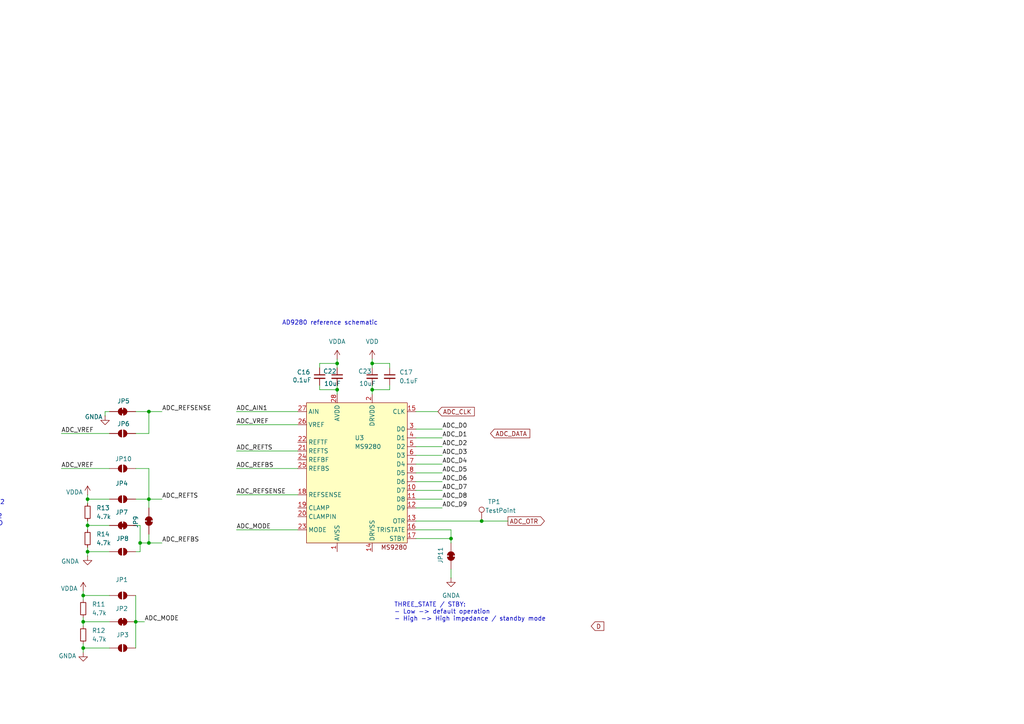
<source format=kicad_sch>
(kicad_sch (version 20231120) (generator "eeschema") (generator_version "8.0")
  (paper "A4")
  (lib_symbols
    (symbol "Connector:TestPoint" (pin_numbers hide) (pin_names (offset 0.762) hide)
      (property "Reference" "TP" (at 0 6.858 0))
      (property "Value" "TestPoint" (at 0 5.08 0))
      (symbol "TestPoint_0_1"
        (circle (center 0 3.302) (radius 0.762))
      )
      (symbol "TestPoint_1_1"
        (pin passive line (at 0 0 90) (length 2.54) (name "1") (number "1"))
      )
    )
    (symbol "Device:C_Small" (pin_numbers hide) (pin_names (offset 0.254) hide)
      (property "Reference" "C" (at 0.254 1.778 0))
      (property "Value" "C_Small" (at 0.254 -2.032 0))
      (symbol "C_Small_0_1"
        (polyline (pts (xy -1.524 -0.508) (xy 1.524 -0.508)) (stroke (width 0.3302)))
        (polyline (pts (xy -1.524 0.508) (xy 1.524 0.508)) (stroke (width 0.3048)))
      )
      (symbol "C_Small_1_1"
        (pin passive line (at 0 2.54 270) (length 2.032) (name "~") (number "1"))
        (pin passive line (at 0 -2.54 90) (length 2.032) (name "~") (number "2"))
      )
    )
    (symbol "Device:R_Small" (pin_numbers hide) (pin_names (offset 0.254) hide)
      (property "Reference" "R" (at 0.762 0.508 0))
      (property "Value" "R_Small" (at 0.762 -1.016 0))
      (symbol "R_Small_0_1"
        (rectangle (start -0.762 1.778) (end 0.762 -1.778) (stroke (width 0.2032)))
      )
      (symbol "R_Small_1_1"
        (pin passive line (at 0 2.54 270) (length 0.762) (name "~") (number "1"))
        (pin passive line (at 0 -2.54 90) (length 0.762) (name "~") (number "2"))
      )
    )
    (symbol "Jumper:SolderJumper_2_Bridged" (pin_numbers hide) (pin_names (offset 0) hide) (exclude_from_sim yes) (in_bom no)
      (property "Reference" "JP" (at 0 2.032 0))
      (property "Value" "SolderJumper_2_Bridged" (at 0 -2.54 0))
      (symbol "SolderJumper_2_Bridged_0_1"
        (rectangle (start -0.508 0.508) (end 0.508 -0.508) (fill (type outline)))
        (arc (start -0.254 1.016) (mid -1.2656 0) (end -0.254 -1.016))
        (arc (start -0.254 1.016) (mid -1.2656 0) (end -0.254 -1.016) (fill (type outline)))
        (polyline (pts (xy -0.254 1.016) (xy -0.254 -1.016)))
        (polyline (pts (xy 0.254 1.016) (xy 0.254 -1.016)))
        (arc (start 0.254 -1.016) (mid 1.2656 0) (end 0.254 1.016))
        (arc (start 0.254 -1.016) (mid 1.2656 0) (end 0.254 1.016) (fill (type outline)))
      )
      (symbol "SolderJumper_2_Bridged_1_1"
        (pin passive line (at -3.81 0 0) (length 2.54) (name "A") (number "1"))
        (pin passive line (at 3.81 0 180) (length 2.54) (name "B") (number "2"))
      )
    )
    (symbol "Jumper:SolderJumper_2_Open" (pin_numbers hide) (pin_names (offset 0) hide) (exclude_from_sim yes) (in_bom no)
      (property "Reference" "JP" (at 0 2.032 0))
      (property "Value" "SolderJumper_2_Open" (at 0 -2.54 0))
      (symbol "SolderJumper_2_Open_0_1"
        (arc (start -0.254 1.016) (mid -1.2656 0) (end -0.254 -1.016))
        (arc (start -0.254 1.016) (mid -1.2656 0) (end -0.254 -1.016) (fill (type outline)))
        (polyline (pts (xy -0.254 1.016) (xy -0.254 -1.016)))
        (polyline (pts (xy 0.254 1.016) (xy 0.254 -1.016)))
        (arc (start 0.254 -1.016) (mid 1.2656 0) (end 0.254 1.016))
        (arc (start 0.254 -1.016) (mid 1.2656 0) (end 0.254 1.016) (fill (type outline)))
      )
      (symbol "SolderJumper_2_Open_1_1"
        (pin passive line (at -3.81 0 0) (length 2.54) (name "A") (number "1"))
        (pin passive line (at 3.81 0 180) (length 2.54) (name "B") (number "2"))
      )
    )
    (symbol "ms9280:MS9280"
      (property "Reference" "U" (at -13.97 17.78 0))
      (property "Value" "MS9280" (at 0 0 0))
      (symbol "MS9280_1_1"
        (rectangle (start -13.97 16.51) (end 15.24 -24.13) (fill (type background)))
        (text "MS9280\n" (at 11.43 -25.4 0) (effects (font (size 1.27 1.27))))
        (pin input line (at -5.08 -26.67 90) (length 2.54) (name "AVSS") (number "1"))
        (pin output line (at 17.78 -8.89 180) (length 2.54) (name "D7") (number "10"))
        (pin output line (at 17.78 -11.43 180) (length 2.54) (name "D8") (number "11"))
        (pin output line (at 17.78 -13.97 180) (length 2.54) (name "D9") (number "12"))
        (pin output line (at 17.78 -17.78 180) (length 2.54) (name "OTR") (number "13"))
        (pin output line (at 5.08 -26.67 90) (length 2.54) (name "DRVSS") (number "14"))
        (pin input line (at 17.78 13.97 180) (length 2.54) (name "CLK") (number "15"))
        (pin input line (at 17.78 -20.32 180) (length 2.54) (name "TRISTATE") (number "16"))
        (pin input line (at 17.78 -22.86 180) (length 2.54) (name "STBY") (number "17"))
        (pin input line (at -16.51 -10.16 0) (length 2.54) (name "REFSENSE") (number "18"))
        (pin input line (at -16.51 -13.97 0) (length 2.54) (name "CLAMP") (number "19"))
        (pin input line (at 5.08 19.05 270) (length 2.54) (name "DRVDD") (number "2"))
        (pin input line (at -16.51 -16.51 0) (length 2.54) (name "CLAMPIN") (number "20"))
        (pin input line (at -16.51 2.54 0) (length 2.54) (name "REFTS") (number "21"))
        (pin input line (at -16.51 5.08 0) (length 2.54) (name "REFTF") (number "22"))
        (pin input line (at -16.51 -20.32 0) (length 2.54) (name "MODE") (number "23"))
        (pin input line (at -16.51 0 0) (length 2.54) (name "REFBF") (number "24"))
        (pin input line (at -16.51 -2.54 0) (length 2.54) (name "REFBS") (number "25"))
        (pin input line (at -16.51 10.16 0) (length 2.54) (name "VREF") (number "26"))
        (pin input line (at -16.51 13.97 0) (length 2.54) (name "AIN") (number "27"))
        (pin input line (at -5.08 19.05 270) (length 2.54) (name "AVDD") (number "28"))
        (pin output line (at 17.78 8.89 180) (length 2.54) (name "D0") (number "3"))
        (pin output line (at 17.78 6.35 180) (length 2.54) (name "D1") (number "4"))
        (pin output line (at 17.78 3.81 180) (length 2.54) (name "D2") (number "5"))
        (pin output line (at 17.78 1.27 180) (length 2.54) (name "D3") (number "6"))
        (pin output line (at 17.78 -1.27 180) (length 2.54) (name "D4") (number "7"))
        (pin output line (at 17.78 -3.81 180) (length 2.54) (name "D5") (number "8"))
        (pin output line (at 17.78 -6.35 180) (length 2.54) (name "D6") (number "9"))
      )
    )
    (symbol "power:GNDA" (power) (pin_numbers hide) (pin_names (offset 0) hide)
      (property "Value" "GNDA" (at 0 -3.81 0))
      (symbol "GNDA_0_1"
        (polyline (pts (xy 0 0) (xy 0 -1.27) (xy 1.27 -1.27) (xy 0 -2.54) (xy -1.27 -1.27) (xy 0 -1.27)))
      )
      (symbol "GNDA_1_1"
        (pin power_in line (at 0 0 270) (length 0) (name "~") (number "1"))
      )
    )
    (symbol "power:VDD" (power) (pin_numbers hide) (pin_names (offset 0) hide)
      (property "Value" "VDD" (at 0 3.556 0))
      (symbol "VDD_0_1"
        (polyline (pts (xy -0.762 1.27) (xy 0 2.54)))
        (polyline (pts (xy 0 0) (xy 0 2.54)))
        (polyline (pts (xy 0 2.54) (xy 0.762 1.27)))
      )
      (symbol "VDD_1_1"
        (pin power_in line (at 0 0 90) (length 0) (name "~") (number "1"))
      )
    )
    (symbol "power:VDDA" (power) (pin_numbers hide) (pin_names (offset 0) hide)
      (property "Value" "VDDA" (at 0 3.556 0))
      (symbol "VDDA_0_1"
        (polyline (pts (xy -0.762 1.27) (xy 0 2.54)))
        (polyline (pts (xy 0 0) (xy 0 2.54)))
        (polyline (pts (xy 0 2.54) (xy 0.762 1.27)))
      )
      (symbol "VDDA_1_1"
        (pin power_in line (at 0 0 90) (length 0) (name "~") (number "1"))
      )
    )
  )
  (junction (at 97.79 113.03))
  (junction (at 139.7 151.13))
  (junction (at 40.64 157.48))
  (junction (at 25.4 144.78))
  (junction (at 24.13 172.72))
  (junction (at 43.18 157.48))
  (junction (at 25.4 160.02))
  (junction (at 39.37 180.34))
  (junction (at 43.18 119.38))
  (junction (at 25.4 152.4))
  (junction (at 107.95 105.41))
  (junction (at 97.79 105.41))
  (junction (at 43.18 144.78))
  (junction (at 107.95 113.03))
  (junction (at 130.81 156.21))
  (junction (at 24.13 187.96))
  (junction (at 24.13 180.34))
  (wire (pts (xy 17.78 135.89) (xy 31.75 135.89)))
  (wire (pts (xy 97.79 105.41) (xy 97.79 106.68)))
  (wire (pts (xy 107.95 113.03) (xy 107.95 114.3)))
  (wire (pts (xy 25.4 151.13) (xy 25.4 152.4)))
  (wire (pts (xy 31.75 119.38) (xy 30.48 119.38)))
  (wire (pts (xy 25.4 160.02) (xy 25.4 161.29)))
  (wire (pts (xy 24.13 180.34) (xy 24.13 181.61)))
  (wire (pts (xy 68.58 135.89) (xy 86.36 135.89)))
  (wire (pts (xy 68.58 119.38) (xy 86.36 119.38)))
  (wire (pts (xy 43.18 125.73) (xy 39.37 125.73)))
  (wire (pts (xy 24.13 186.69) (xy 24.13 187.96)))
  (wire (pts (xy 24.13 172.72) (xy 24.13 173.99)))
  (wire (pts (xy 107.95 105.41) (xy 113.03 105.41)))
  (wire (pts (xy 40.64 152.4) (xy 40.64 157.48)))
  (wire (pts (xy 39.37 152.4) (xy 40.64 152.4)))
  (wire (pts (xy 43.18 125.73) (xy 43.18 119.38)))
  (wire (pts (xy 24.13 172.72) (xy 31.75 172.72)))
  (wire (pts (xy 130.81 153.67) (xy 130.81 156.21)))
  (wire (pts (xy 120.65 119.38) (xy 127 119.38)))
  (wire (pts (xy 113.03 113.03) (xy 107.95 113.03)))
  (wire (pts (xy 24.13 179.07) (xy 24.13 180.34)))
  (wire (pts (xy 39.37 172.72) (xy 39.37 180.34)))
  (wire (pts (xy 43.18 154.94) (xy 43.18 157.48)))
  (wire (pts (xy 120.65 144.78) (xy 128.27 144.78)))
  (wire (pts (xy 120.65 151.13) (xy 139.7 151.13)))
  (wire (pts (xy 120.65 127) (xy 128.27 127)))
  (wire (pts (xy 92.71 113.03) (xy 92.71 111.76)))
  (wire (pts (xy 107.95 105.41) (xy 107.95 106.68)))
  (wire (pts (xy 39.37 135.89) (xy 43.18 135.89)))
  (wire (pts (xy 120.65 147.32) (xy 128.27 147.32)))
  (wire (pts (xy 92.71 105.41) (xy 97.79 105.41)))
  (wire (pts (xy 120.65 139.7) (xy 128.27 139.7)))
  (wire (pts (xy 107.95 111.76) (xy 107.95 113.03)))
  (wire (pts (xy 17.78 125.73) (xy 31.75 125.73)))
  (wire (pts (xy 68.58 153.67) (xy 86.36 153.67)))
  (wire (pts (xy 39.37 144.78) (xy 43.18 144.78)))
  (wire (pts (xy 120.65 153.67) (xy 130.81 153.67)))
  (wire (pts (xy 92.71 105.41) (xy 92.71 106.68)))
  (wire (pts (xy 40.64 157.48) (xy 40.64 160.02)))
  (wire (pts (xy 113.03 105.41) (xy 113.03 106.68)))
  (wire (pts (xy 40.64 160.02) (xy 39.37 160.02)))
  (wire (pts (xy 97.79 111.76) (xy 97.79 113.03)))
  (wire (pts (xy 120.65 142.24) (xy 128.27 142.24)))
  (wire (pts (xy 120.65 132.08) (xy 128.27 132.08)))
  (wire (pts (xy 25.4 160.02) (xy 31.75 160.02)))
  (wire (pts (xy 25.4 144.78) (xy 25.4 146.05)))
  (wire (pts (xy 43.18 144.78) (xy 43.18 147.32)))
  (wire (pts (xy 30.48 119.38) (xy 30.48 120.65)))
  (wire (pts (xy 25.4 143.51) (xy 25.4 144.78)))
  (wire (pts (xy 39.37 180.34) (xy 39.37 187.96)))
  (wire (pts (xy 113.03 111.76) (xy 113.03 113.03)))
  (wire (pts (xy 120.65 129.54) (xy 128.27 129.54)))
  (wire (pts (xy 139.7 151.13) (xy 147.32 151.13)))
  (wire (pts (xy 39.37 119.38) (xy 43.18 119.38)))
  (wire (pts (xy 120.65 156.21) (xy 130.81 156.21)))
  (wire (pts (xy 120.65 124.46) (xy 128.27 124.46)))
  (wire (pts (xy 25.4 144.78) (xy 31.75 144.78)))
  (wire (pts (xy 40.64 157.48) (xy 43.18 157.48)))
  (wire (pts (xy 68.58 123.19) (xy 86.36 123.19)))
  (wire (pts (xy 120.65 134.62) (xy 128.27 134.62)))
  (wire (pts (xy 24.13 171.45) (xy 24.13 172.72)))
  (wire (pts (xy 24.13 187.96) (xy 24.13 189.23)))
  (wire (pts (xy 107.95 104.14) (xy 107.95 105.41)))
  (wire (pts (xy 25.4 152.4) (xy 31.75 152.4)))
  (wire (pts (xy 24.13 187.96) (xy 31.75 187.96)))
  (wire (pts (xy 130.81 156.21) (xy 130.81 157.48)))
  (wire (pts (xy 43.18 135.89) (xy 43.18 144.78)))
  (wire (pts (xy 97.79 105.41) (xy 97.79 104.14)))
  (wire (pts (xy 86.36 130.81) (xy 68.58 130.81)))
  (wire (pts (xy 24.13 180.34) (xy 31.75 180.34)))
  (wire (pts (xy 46.99 144.78) (xy 43.18 144.78)))
  (wire (pts (xy 130.81 165.1) (xy 130.81 167.64)))
  (wire (pts (xy 43.18 119.38) (xy 46.99 119.38)))
  (wire (pts (xy 92.71 113.03) (xy 97.79 113.03)))
  (wire (pts (xy 25.4 152.4) (xy 25.4 153.67)))
  (wire (pts (xy 68.58 143.51) (xy 86.36 143.51)))
  (wire (pts (xy 97.79 113.03) (xy 97.79 114.3)))
  (wire (pts (xy 41.91 180.34) (xy 39.37 180.34)))
  (wire (pts (xy 25.4 158.75) (xy 25.4 160.02)))
  (wire (pts (xy 120.65 137.16) (xy 128.27 137.16)))
  (wire (pts (xy 46.99 157.48) (xy 43.18 157.48)))
  (text "THREE_STATE / STBY:\n- Low -> default operation\n- High -> High impedance / standby mode" (at 114.3 177.546 0) (effects (font (size 1.27 1.27) (thickness 0.1588)) (justify left)))
  (text "REFTS, REFBS\n- Differential (Default): short REFTS, REFBS, VDDA/2\n	- AIN: 1, short: 2\n- Center: REFTS <-> AVDD/2, REFBS <-> AVDD/2\n- Top/Bottom: REFTS <-> VREF, REFBS <-> AGND" (at -50.8 147.828 0) (effects (font (size 1.27 1.27) (thickness 0.1588)) (justify left)))
  (text "AD9280 reference schematic\n" (at 81.788 93.726 0) (effects (font (size 1.27 1.27) (thickness 0.1588)) (justify left)))
  (label "ADC_MODE" (at 41.91 180.34 0))
  (label "ADC_VREF" (at 17.78 135.89 0))
  (label "ADC_AIN1" (at 68.58 119.38 0))
  (label "ADC_D7" (at 128.27 142.24 0))
  (label "ADC_VREF" (at 17.78 125.73 0))
  (label "ADC_D0" (at 128.27 124.46 0))
  (label "ADC_VREF" (at 68.58 123.19 0))
  (label "ADC_D3" (at 128.27 132.08 0))
  (label "ADC_REFSENSE" (at 68.58 143.51 0))
  (label "ADC_MODE" (at 68.58 153.67 0))
  (label "ADC_REFTS" (at 46.99 144.78 0))
  (label "ADC_REFTS" (at 68.58 130.81 0))
  (label "ADC_D9" (at 128.27 147.32 0))
  (label "ADC_D6" (at 128.27 139.7 0))
  (label "ADC_D5" (at 128.27 137.16 0))
  (label "ADC_D4" (at 128.27 134.62 0))
  (label "ADC_D2" (at 128.27 129.54 0))
  (label "ADC_REFBS" (at 46.99 157.48 0))
  (label "ADC_D1" (at 128.27 127 0))
  (label "ADC_REFSENSE" (at 46.99 119.38 0))
  (label "ADC_REFBS" (at 68.58 135.89 0))
  (label "ADC_D8" (at 128.27 144.78 0))
  (global_label "D" (shape input) (at 171.45 181.61 0) (property "Intersheetrefs" "${INTERSHEET_REFS}" (effects (hide yes))))
  (global_label "ADC_DATA" (shape input) (at 142.24 125.73 0) (property "Intersheetrefs" "${INTERSHEET_REFS}" (effects (hide yes))))
  (global_label "ADC_CLK" (shape input) (at 127 119.38 0) (property "Intersheetrefs" "${INTERSHEET_REFS}" (effects (hide yes))))
  (global_label "ADC_OTR" (shape output) (at 147.32 151.13 0) (property "Intersheetrefs" "${INTERSHEET_REFS}" (effects (hide yes))))
  (symbol (lib_id "power:GNDA") (at 30.48 120.65 0) (unit 1)
    (property "Reference" "#PWR26" (effects (hide yes)))
    (property "Value" "GNDA" (at 27.178 120.904 0))
    (property "Description" "Power symbol creates a global label with name \"GNDA\" , analog ground" (effects (hide yes)))
  )
  (symbol (lib_id "power:VDDA") (at 25.4 143.51 0) (unit 1)
    (property "Reference" "#PWR27" (effects (hide yes)))
    (property "Value" "VDDA" (at 21.59 142.748 0))
    (property "Description" "Power symbol creates a global label with name \"VDDA\"" (effects (hide yes)))
  )
  (symbol (lib_id "Device:C_Small") (at 97.79 109.22 0) (unit 1)
    (property "Reference" "C22" (at 93.726 107.696 0) (effects (justify left)))
    (property "Value" "10uF" (at 93.98 111.252 0) (effects (justify left)))
    (property "Footprint" "Capacitor_SMD:C_0603_1608Metric" (effects (hide yes)))
    (property "Datasheet" "https://jlcpcb.com/api/file/downloadByFileSystemAccessId/8579707107920437248" (effects (hide yes)))
    (property "Description" "Unpolarized capacitor, small symbol" (effects (hide yes)))
    (property "LCSC Part Number" "C19702" (effects (hide yes)))
    (property "Manufacturing Part Number" "CL10A106KP8NNNC" (effects (hide yes)))
  )
  (symbol (lib_id "power:VDDA") (at 24.13 171.45 0) (unit 1)
    (property "Reference" "#PWR25" (effects (hide yes)))
    (property "Value" "VDDA" (at 20.066 170.688 0))
    (property "Description" "Power symbol creates a global label with name \"VDDA\"" (effects (hide yes)))
  )
  (symbol (lib_id "Jumper:SolderJumper_2_Bridged") (at 130.81 161.29 90) (unit 1) (exclude_from_sim yes) (in_bom no)
    (property "Reference" "JP11" (at 127.762 161.036 0))
    (property "Value" "SolderJumper_2_Bridged" (effects (hide yes)))
    (property "Description" "Solder Jumper, 2-pole, closed/bridged" (effects (hide yes)))
  )
  (symbol (lib_id "Jumper:SolderJumper_2_Bridged") (at 35.56 180.34 0) (unit 1) (exclude_from_sim yes) (in_bom no)
    (property "Reference" "JP2" (at 35.306 176.53 0))
    (property "Value" "SolderJumper_2_Bridged" (effects (hide yes)))
    (property "Description" "Solder Jumper, 2-pole, closed/bridged" (effects (hide yes)))
  )
  (symbol (lib_id "Connector:TestPoint") (at 139.7 151.13 0) (unit 1)
    (property "Reference" "TP1" (at 141.478 145.542 0) (effects (justify left)))
    (property "Value" "TestPoint" (at 140.716 148.082 0) (effects (justify left)))
    (property "Description" "test point" (effects (hide yes)))
  )
  (symbol (lib_id "power:VDDA") (at 97.79 104.14 0) (unit 1)
    (property "Reference" "#PWR22" (effects (hide yes)))
    (property "Value" "VDDA" (at 97.79 99.06 0))
    (property "Description" "Power symbol creates a global label with name \"VDDA\"" (effects (hide yes)))
  )
  (symbol (lib_id "Device:C_Small") (at 92.71 109.22 0) (unit 1)
    (property "Reference" "C16" (at 86.106 107.95 0) (effects (justify left)))
    (property "Value" "0.1uF" (at 84.836 110.236 0) (effects (justify left)))
    (property "Footprint" "Capacitor_SMD:C_0402_1005Metric" (effects (hide yes)))
    (property "Datasheet" "https://jlcpcb.com/api/file/downloadByFileSystemAccessId/8554627388281098240" (effects (hide yes)))
    (property "Description" "Unpolarized capacitor, small symbol" (effects (hide yes)))
    (property "LCSC Part Number" "C307331" (effects (hide yes)))
    (property "Manufacturing Part Number" "CL05B104KB54PNC" (effects (hide yes)))
  )
  (symbol (lib_id "Jumper:SolderJumper_2_Open") (at 35.56 135.89 0) (unit 1) (exclude_from_sim yes) (in_bom no)
    (property "Reference" "JP10" (at 35.814 133.096 0))
    (property "Value" "SolderJumper_2_Open" (effects (hide yes)))
    (property "Footprint" "Jumper:SolderJumper-3_P1.3mm_Bridged12_Pad1.0x1.5mm_NumberLabels" (effects (hide yes)))
    (property "Description" "Solder Jumper, 2-pole, open" (effects (hide yes)))
  )
  (symbol (lib_id "Jumper:SolderJumper_2_Bridged") (at 43.18 151.13 90) (unit 1) (exclude_from_sim yes) (in_bom no)
    (property "Reference" "JP9" (at 39.37 151.384 0))
    (property "Value" "SolderJumper_2_Bridged" (effects (hide yes)))
    (property "Description" "Solder Jumper, 2-pole, closed/bridged" (effects (hide yes)))
  )
  (symbol (lib_id "Jumper:SolderJumper_2_Open") (at 35.56 187.96 0) (unit 1) (exclude_from_sim yes) (in_bom no)
    (property "Reference" "JP3" (at 35.56 184.15 0))
    (property "Value" "SolderJumper_2_Open" (effects (hide yes)))
    (property "Footprint" "Jumper:SolderJumper-3_P1.3mm_Bridged12_Pad1.0x1.5mm_NumberLabels" (effects (hide yes)))
    (property "Description" "Solder Jumper, 2-pole, open" (effects (hide yes)))
  )
  (symbol (lib_id "Device:C_Small") (at 107.95 109.22 0) (unit 1)
    (property "Reference" "C23" (at 103.886 107.696 0) (effects (justify left)))
    (property "Value" "10uF" (at 104.14 111.252 0) (effects (justify left)))
    (property "Footprint" "Capacitor_SMD:C_0603_1608Metric" (effects (hide yes)))
    (property "Datasheet" "https://jlcpcb.com/api/file/downloadByFileSystemAccessId/8579707107920437248" (effects (hide yes)))
    (property "Description" "Unpolarized capacitor, small symbol" (effects (hide yes)))
    (property "LCSC Part Number" "C19702" (effects (hide yes)))
    (property "Manufacturing Part Number" "CL10A106KP8NNNC" (effects (hide yes)))
  )
  (symbol (lib_id "Jumper:SolderJumper_2_Open") (at 35.56 172.72 0) (unit 1) (exclude_from_sim yes) (in_bom no)
    (property "Reference" "JP1" (at 35.306 168.148 0))
    (property "Value" "SolderJumper_2_Open" (effects (hide yes)))
    (property "Footprint" "Jumper:SolderJumper-3_P1.3mm_Bridged12_Pad1.0x1.5mm_NumberLabels" (effects (hide yes)))
    (property "Description" "Solder Jumper, 2-pole, open" (effects (hide yes)))
  )
  (symbol (lib_id "ms9280:MS9280") (at 102.87 133.35 0) (unit 1)
    (property "Reference" "U3" (at 102.87 127 0) (effects (justify left)))
    (property "Value" "MS9280" (at 102.87 129.54 0) (effects (justify left)))
    (property "Footprint" "Package_SO:SSOP-28_5.3x10.2mm_P0.65mm" (effects (hide yes)))
  )
  (symbol (lib_id "Jumper:SolderJumper_2_Open") (at 35.56 160.02 0) (unit 1) (exclude_from_sim yes) (in_bom no)
    (property "Reference" "JP8" (at 35.56 156.21 0))
    (property "Value" "SolderJumper_2_Open" (effects (hide yes)))
    (property "Footprint" "Jumper:SolderJumper-3_P1.3mm_Bridged12_Pad1.0x1.5mm_NumberLabels" (effects (hide yes)))
    (property "Description" "Solder Jumper, 2-pole, open" (effects (hide yes)))
  )
  (symbol (lib_id "Jumper:SolderJumper_2_Open") (at 35.56 125.73 0) (unit 1) (exclude_from_sim yes) (in_bom no)
    (property "Reference" "JP6" (at 35.814 122.936 0))
    (property "Value" "SolderJumper_2_Open" (effects (hide yes)))
    (property "Footprint" "Jumper:SolderJumper-3_P1.3mm_Bridged12_Pad1.0x1.5mm_NumberLabels" (effects (hide yes)))
    (property "Description" "Solder Jumper, 2-pole, open" (effects (hide yes)))
  )
  (symbol (lib_id "Jumper:SolderJumper_2_Bridged") (at 35.56 119.38 0) (unit 1) (exclude_from_sim yes) (in_bom no)
    (property "Reference" "JP5" (at 35.814 116.332 0))
    (property "Value" "SolderJumper_2_Bridged" (effects (hide yes)))
    (property "Description" "Solder Jumper, 2-pole, closed/bridged" (effects (hide yes)))
  )
  (symbol (lib_id "Device:R_Small") (at 24.13 176.53 0) (unit 1)
    (property "Reference" "R11" (at 26.67 175.2599 0) (effects (justify left)))
    (property "Value" "4.7k" (at 26.67 177.7999 0) (effects (justify left)))
    (property "Footprint" "Resistor_SMD:R_0402_1005Metric" (effects (hide yes)))
    (property "Datasheet" "https://jlcpcb.com/api/file/downloadByFileSystemAccessId/8579705941367193600" (effects (hide yes)))
    (property "Description" "Resistor, small symbol" (effects (hide yes)))
    (property "LCSC Part Number" "C25900" (effects (hide yes)))
    (property "Manufacturing Part Number" "0402WGF4701TCE" (effects (hide yes)))
  )
  (symbol (lib_id "Device:R_Small") (at 25.4 148.59 0) (unit 1)
    (property "Reference" "R13" (at 27.94 147.3199 0) (effects (justify left)))
    (property "Value" "4.7k" (at 27.94 149.8599 0) (effects (justify left)))
    (property "Footprint" "Resistor_SMD:R_0402_1005Metric" (effects (hide yes)))
    (property "Datasheet" "https://jlcpcb.com/api/file/downloadByFileSystemAccessId/8579705941367193600" (effects (hide yes)))
    (property "Description" "Resistor, small symbol" (effects (hide yes)))
    (property "LCSC Part Number" "C25900" (effects (hide yes)))
    (property "Manufacturing Part Number" "0402WGF4701TCE" (effects (hide yes)))
  )
  (symbol (lib_id "Jumper:SolderJumper_2_Bridged") (at 35.56 152.4 0) (unit 1) (exclude_from_sim yes) (in_bom no)
    (property "Reference" "JP7" (at 35.306 148.59 0))
    (property "Value" "SolderJumper_2_Bridged" (effects (hide yes)))
    (property "Description" "Solder Jumper, 2-pole, closed/bridged" (effects (hide yes)))
  )
  (symbol (lib_id "power:GNDA") (at 130.81 167.64 0) (unit 1)
    (property "Reference" "#PWR21" (effects (hide yes)))
    (property "Value" "GNDA" (at 130.81 172.72 0))
    (property "Description" "Power symbol creates a global label with name \"GNDA\" , analog ground" (effects (hide yes)))
  )
  (symbol (lib_id "Device:R_Small") (at 25.4 156.21 0) (unit 1)
    (property "Reference" "R14" (at 27.94 154.9399 0) (effects (justify left)))
    (property "Value" "4.7k" (at 27.94 157.4799 0) (effects (justify left)))
    (property "Footprint" "Resistor_SMD:R_0402_1005Metric" (effects (hide yes)))
    (property "Datasheet" "https://jlcpcb.com/api/file/downloadByFileSystemAccessId/8579705941367193600" (effects (hide yes)))
    (property "Description" "Resistor, small symbol" (effects (hide yes)))
    (property "LCSC Part Number" "C25900" (effects (hide yes)))
    (property "Manufacturing Part Number" "0402WGF4701TCE" (effects (hide yes)))
  )
  (symbol (lib_id "Device:R_Small") (at 24.13 184.15 0) (unit 1)
    (property "Reference" "R12" (at 26.67 182.8799 0) (effects (justify left)))
    (property "Value" "4.7k" (at 26.67 185.4199 0) (effects (justify left)))
    (property "Footprint" "Resistor_SMD:R_0402_1005Metric" (effects (hide yes)))
    (property "Datasheet" "https://jlcpcb.com/api/file/downloadByFileSystemAccessId/8579705941367193600" (effects (hide yes)))
    (property "Description" "Resistor, small symbol" (effects (hide yes)))
    (property "LCSC Part Number" "C25900" (effects (hide yes)))
    (property "Manufacturing Part Number" "0402WGF4701TCE" (effects (hide yes)))
  )
  (symbol (lib_id "power:GNDA") (at 24.13 189.23 0) (unit 1)
    (property "Reference" "#PWR24" (effects (hide yes)))
    (property "Value" "GNDA" (at 19.558 190.246 0))
    (property "Description" "Power symbol creates a global label with name \"GNDA\" , analog ground" (effects (hide yes)))
  )
  (symbol (lib_id "Jumper:SolderJumper_2_Open") (at 35.56 144.78 0) (unit 1) (exclude_from_sim yes) (in_bom no)
    (property "Reference" "JP4" (at 35.306 140.208 0))
    (property "Value" "SolderJumper_2_Open" (effects (hide yes)))
    (property "Footprint" "Jumper:SolderJumper-3_P1.3mm_Bridged12_Pad1.0x1.5mm_NumberLabels" (effects (hide yes)))
    (property "Description" "Solder Jumper, 2-pole, open" (effects (hide yes)))
  )
  (symbol (lib_id "power:GNDA") (at 25.4 161.29 0) (unit 1)
    (property "Reference" "#PWR28" (effects (hide yes)))
    (property "Value" "GNDA" (at 20.32 162.814 0))
    (property "Description" "Power symbol creates a global label with name \"GNDA\" , analog ground" (effects (hide yes)))
  )
  (symbol (lib_id "power:VDD") (at 107.95 104.14 0) (unit 1)
    (property "Reference" "#PWR23" (effects (hide yes)))
    (property "Value" "VDD" (at 107.95 99.06 0))
    (property "Description" "Power symbol creates a global label with name \"VDD\"" (effects (hide yes)))
  )
  (symbol (lib_id "Device:C_Small") (at 113.03 109.22 0) (unit 1)
    (property "Reference" "C17" (at 115.824 107.95 0) (effects (justify left)))
    (property "Value" "0.1uF" (at 115.824 110.49 0) (effects (justify left)))
    (property "Footprint" "Capacitor_SMD:C_0402_1005Metric" (effects (hide yes)))
    (property "Datasheet" "https://jlcpcb.com/api/file/downloadByFileSystemAccessId/8554627388281098240" (effects (hide yes)))
    (property "Description" "Unpolarized capacitor, small symbol" (effects (hide yes)))
    (property "LCSC Part Number" "C307331" (effects (hide yes)))
    (property "Manufacturing Part Number" "CL05B104KB54PNC" (effects (hide yes)))
  )
)
</source>
